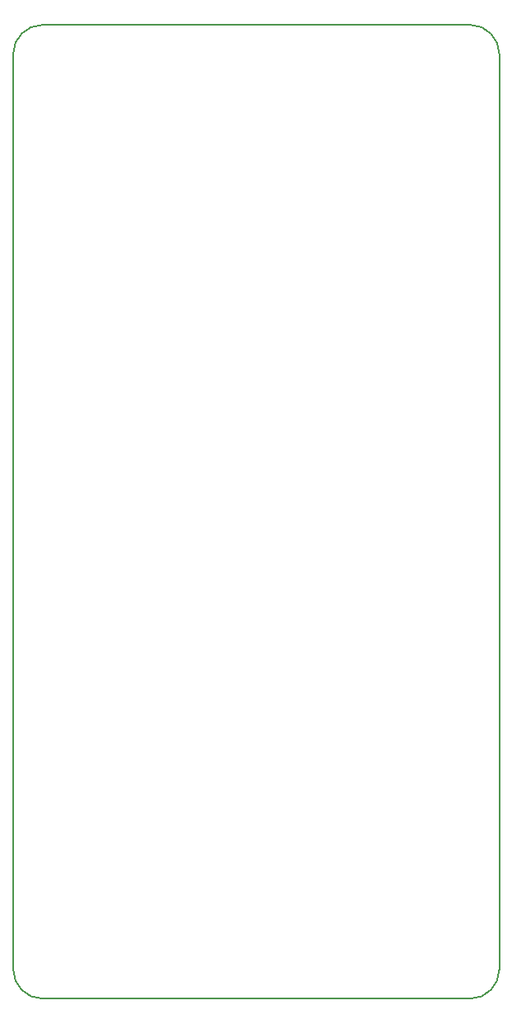
<source format=gbr>
%TF.GenerationSoftware,KiCad,Pcbnew,(5.0.0)*%
%TF.CreationDate,2019-02-02T21:25:33-06:00*%
%TF.ProjectId,BPSTester,4250535465737465722E6B696361645F,rev?*%
%TF.SameCoordinates,Original*%
%TF.FileFunction,Profile,NP*%
%FSLAX46Y46*%
G04 Gerber Fmt 4.6, Leading zero omitted, Abs format (unit mm)*
G04 Created by KiCad (PCBNEW (5.0.0)) date 02/02/19 21:25:33*
%MOMM*%
%LPD*%
G01*
G04 APERTURE LIST*
%ADD10C,0.200000*%
G04 APERTURE END LIST*
D10*
X150000000Y-147000000D02*
X150000000Y-53000000D01*
X103000000Y-150000000D02*
X147000000Y-150000000D01*
X100000000Y-53000000D02*
X100000000Y-147000000D01*
X147000000Y-50000000D02*
X103000000Y-50000000D01*
X150000000Y-147000000D02*
G75*
G02X147000000Y-150000000I-3000000J0D01*
G01*
X103000000Y-150000000D02*
G75*
G02X100000000Y-147000000I0J3000000D01*
G01*
X100000000Y-53000000D02*
G75*
G02X103000000Y-50000000I3000000J0D01*
G01*
X147000000Y-50000000D02*
G75*
G02X150000000Y-53000000I0J-3000000D01*
G01*
M02*

</source>
